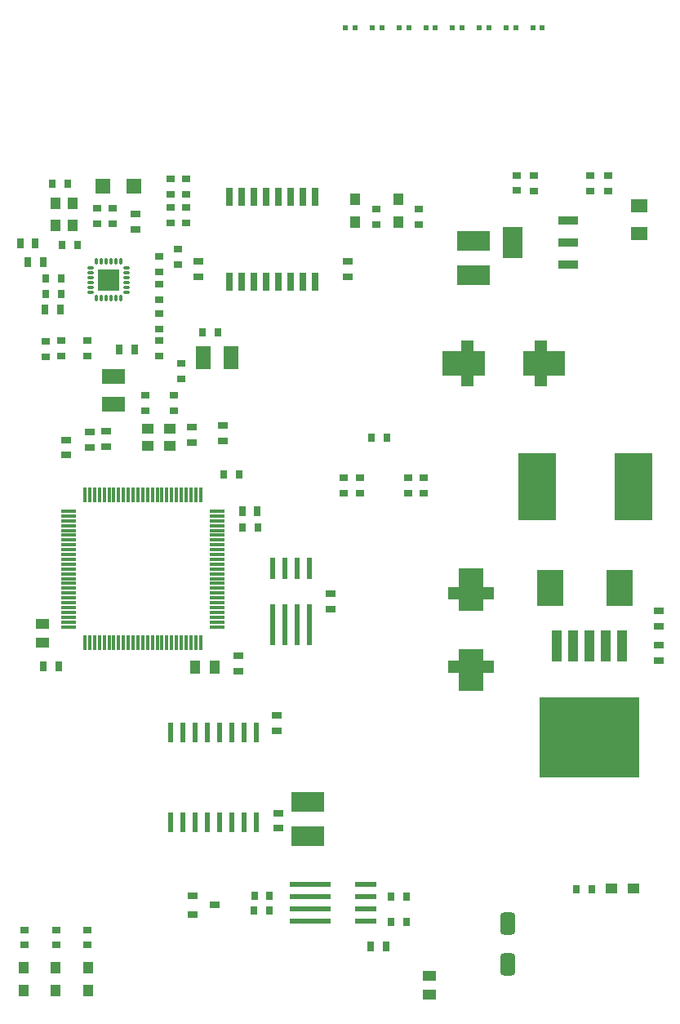
<source format=gtp>
G04*
G04 #@! TF.GenerationSoftware,Altium Limited,Altium Designer,20.0.13 (296)*
G04*
G04 Layer_Color=8421504*
%FSLAX44Y44*%
%MOMM*%
G71*
G01*
G75*
%ADD23R,0.9000X0.7000*%
G04:AMPARAMS|DCode=24|XSize=2.33mm|YSize=1.55mm|CornerRadius=0.3875mm|HoleSize=0mm|Usage=FLASHONLY|Rotation=270.000|XOffset=0mm|YOffset=0mm|HoleType=Round|Shape=RoundedRectangle|*
%AMROUNDEDRECTD24*
21,1,2.3300,0.7750,0,0,270.0*
21,1,1.5550,1.5500,0,0,270.0*
1,1,0.7750,-0.3875,-0.7775*
1,1,0.7750,-0.3875,0.7775*
1,1,0.7750,0.3875,0.7775*
1,1,0.7750,0.3875,-0.7775*
%
%ADD24ROUNDEDRECTD24*%
G04:AMPARAMS|DCode=25|XSize=0.28mm|YSize=0.69mm|CornerRadius=0.07mm|HoleSize=0mm|Usage=FLASHONLY|Rotation=270.000|XOffset=0mm|YOffset=0mm|HoleType=Round|Shape=RoundedRectangle|*
%AMROUNDEDRECTD25*
21,1,0.2800,0.5500,0,0,270.0*
21,1,0.1400,0.6900,0,0,270.0*
1,1,0.1400,-0.2750,-0.0700*
1,1,0.1400,-0.2750,0.0700*
1,1,0.1400,0.2750,0.0700*
1,1,0.1400,0.2750,-0.0700*
%
%ADD25ROUNDEDRECTD25*%
G04:AMPARAMS|DCode=26|XSize=0.28mm|YSize=0.69mm|CornerRadius=0.07mm|HoleSize=0mm|Usage=FLASHONLY|Rotation=0.000|XOffset=0mm|YOffset=0mm|HoleType=Round|Shape=RoundedRectangle|*
%AMROUNDEDRECTD26*
21,1,0.2800,0.5500,0,0,0.0*
21,1,0.1400,0.6900,0,0,0.0*
1,1,0.1400,0.0700,-0.2750*
1,1,0.1400,-0.0700,-0.2750*
1,1,0.1400,-0.0700,0.2750*
1,1,0.1400,0.0700,0.2750*
%
%ADD26ROUNDEDRECTD26*%
%ADD27R,2.2860X2.2860*%
%ADD28R,1.1000X0.8000*%
G04:AMPARAMS|DCode=29|XSize=1.56mm|YSize=0.28mm|CornerRadius=0.035mm|HoleSize=0mm|Usage=FLASHONLY|Rotation=270.000|XOffset=0mm|YOffset=0mm|HoleType=Round|Shape=RoundedRectangle|*
%AMROUNDEDRECTD29*
21,1,1.5600,0.2100,0,0,270.0*
21,1,1.4900,0.2800,0,0,270.0*
1,1,0.0700,-0.1050,-0.7450*
1,1,0.0700,-0.1050,0.7450*
1,1,0.0700,0.1050,0.7450*
1,1,0.0700,0.1050,-0.7450*
%
%ADD29ROUNDEDRECTD29*%
G04:AMPARAMS|DCode=30|XSize=1.56mm|YSize=0.28mm|CornerRadius=0.035mm|HoleSize=0mm|Usage=FLASHONLY|Rotation=0.000|XOffset=0mm|YOffset=0mm|HoleType=Round|Shape=RoundedRectangle|*
%AMROUNDEDRECTD30*
21,1,1.5600,0.2100,0,0,0.0*
21,1,1.4900,0.2800,0,0,0.0*
1,1,0.0700,0.7450,-0.1050*
1,1,0.0700,-0.7450,-0.1050*
1,1,0.0700,-0.7450,0.1050*
1,1,0.0700,0.7450,0.1050*
%
%ADD30ROUNDEDRECTD30*%
%ADD31R,3.5000X2.1500*%
%ADD32R,1.8000X1.3500*%
%ADD33R,1.1000X1.2500*%
%ADD34R,0.5000X0.6000*%
%ADD35R,0.7000X0.9000*%
%ADD36R,2.2000X0.6000*%
%ADD37R,4.2000X0.6000*%
%ADD38R,1.0000X0.8000*%
%ADD39R,0.8000X1.0000*%
%ADD40R,1.6000X1.6000*%
%ADD41R,2.4000X1.5000*%
%ADD42R,0.6400X1.9050*%
%ADD43R,1.4000X1.1000*%
%ADD44R,0.6000X2.0600*%
%ADD45R,0.6000X2.2000*%
%ADD46R,0.6000X4.2000*%
%ADD47R,1.0500X3.2000*%
%ADD48R,10.4500X8.3000*%
%ADD49R,2.1500X3.2500*%
%ADD50R,2.1500X0.9500*%
%ADD51R,2.7940X3.8100*%
%ADD52R,1.3000X1.1000*%
%ADD53R,1.0000X1.4000*%
%ADD54R,1.1000X1.3000*%
%ADD55R,1.5000X2.4000*%
%ADD56R,1.2500X1.1000*%
%ADD57R,4.0000X7.0000*%
%ADD58R,1.4000X1.0000*%
G36*
X474250Y385750D02*
Y397750D01*
X499250D01*
Y385750D01*
X510250D01*
Y372750D01*
X499250D01*
Y353750D01*
X474250D01*
Y372750D01*
X463250D01*
Y385750D01*
X474250D01*
D02*
G37*
G36*
Y461750D02*
Y480750D01*
X499250D01*
Y461750D01*
X510250D01*
Y448750D01*
X499250D01*
Y436750D01*
X474250D01*
Y448750D01*
X463250D01*
Y461750D01*
X474250D01*
D02*
G37*
G36*
X476500Y681250D02*
X457500D01*
Y706250D01*
X476500D01*
Y717250D01*
X489500D01*
Y706250D01*
X501500D01*
Y681250D01*
X489500D01*
Y670250D01*
X476500D01*
Y681250D01*
D02*
G37*
G36*
X552500D02*
X540500D01*
Y706250D01*
X552500D01*
Y717250D01*
X565500D01*
Y706250D01*
X584500D01*
Y681250D01*
X565500D01*
Y670250D01*
X552500D01*
Y681250D01*
D02*
G37*
D23*
X610000Y872500D02*
D03*
Y888500D02*
D03*
X628572Y872500D02*
D03*
Y888500D02*
D03*
X438000Y574750D02*
D03*
Y558750D02*
D03*
X421750Y574750D02*
D03*
Y558750D02*
D03*
X371500Y574750D02*
D03*
Y558750D02*
D03*
X355000Y574750D02*
D03*
Y558750D02*
D03*
X432750Y837750D02*
D03*
Y853750D02*
D03*
X551500Y872500D02*
D03*
Y888500D02*
D03*
X45500Y716500D02*
D03*
Y700500D02*
D03*
X99250Y838250D02*
D03*
Y854250D02*
D03*
X182500Y796000D02*
D03*
Y812000D02*
D03*
X115000Y838250D02*
D03*
Y854250D02*
D03*
X89000Y717000D02*
D03*
Y701000D02*
D03*
X534500Y888750D02*
D03*
Y872750D02*
D03*
X175250Y839250D02*
D03*
Y855250D02*
D03*
X163000Y745500D02*
D03*
Y729500D02*
D03*
X191500Y885000D02*
D03*
Y869000D02*
D03*
X186500Y678000D02*
D03*
Y694000D02*
D03*
X191500Y839250D02*
D03*
Y855250D02*
D03*
X175500Y885000D02*
D03*
Y869000D02*
D03*
X88498Y106500D02*
D03*
Y90500D02*
D03*
X56747Y106500D02*
D03*
Y90500D02*
D03*
X23498Y106500D02*
D03*
Y90500D02*
D03*
X388251Y853750D02*
D03*
Y837750D02*
D03*
X178750Y660750D02*
D03*
Y644750D02*
D03*
X149000Y660250D02*
D03*
Y644250D02*
D03*
X61500Y701000D02*
D03*
Y717000D02*
D03*
X163000Y701250D02*
D03*
Y717250D02*
D03*
Y804250D02*
D03*
Y788250D02*
D03*
Y760000D02*
D03*
Y776000D02*
D03*
D24*
X524500Y70150D02*
D03*
Y112850D02*
D03*
D25*
X129750Y767750D02*
D03*
Y772750D02*
D03*
Y792750D02*
D03*
Y787750D02*
D03*
Y777750D02*
D03*
Y782750D02*
D03*
X91850D02*
D03*
Y777750D02*
D03*
Y787750D02*
D03*
Y792750D02*
D03*
Y772750D02*
D03*
Y767750D02*
D03*
D26*
X123300Y761300D02*
D03*
X118300D02*
D03*
X98300D02*
D03*
X103300D02*
D03*
X113300D02*
D03*
X108300D02*
D03*
X123300Y799200D02*
D03*
X118300D02*
D03*
X98300D02*
D03*
X103300D02*
D03*
X113300D02*
D03*
X108300D02*
D03*
D27*
X110800Y780250D02*
D03*
D28*
X220750Y132000D02*
D03*
X198250Y122500D02*
D03*
Y141500D02*
D03*
D29*
X206250Y403700D02*
D03*
X201250D02*
D03*
X196250D02*
D03*
X191250D02*
D03*
X186250D02*
D03*
X181250D02*
D03*
X176250D02*
D03*
X171250D02*
D03*
X166250D02*
D03*
X161250D02*
D03*
X156250D02*
D03*
X151250D02*
D03*
X146250D02*
D03*
X141250D02*
D03*
X136250D02*
D03*
X131250D02*
D03*
X126250D02*
D03*
X121250D02*
D03*
X116250D02*
D03*
X111250D02*
D03*
X106250D02*
D03*
X101250D02*
D03*
X96250D02*
D03*
X91250D02*
D03*
X86250D02*
D03*
Y557300D02*
D03*
X91250D02*
D03*
X96250D02*
D03*
X101250D02*
D03*
X106250D02*
D03*
X111250D02*
D03*
X116250D02*
D03*
X121250D02*
D03*
X126250D02*
D03*
X131250D02*
D03*
X136250D02*
D03*
X141250D02*
D03*
X146250D02*
D03*
X151250D02*
D03*
X156250D02*
D03*
X161250D02*
D03*
X166250D02*
D03*
X171250D02*
D03*
X176250D02*
D03*
X181250D02*
D03*
X186250D02*
D03*
X191250D02*
D03*
X196250D02*
D03*
X201250D02*
D03*
X206250D02*
D03*
D30*
X223050Y540500D02*
D03*
Y535500D02*
D03*
Y530500D02*
D03*
Y525500D02*
D03*
Y520500D02*
D03*
Y515500D02*
D03*
Y510500D02*
D03*
Y505500D02*
D03*
Y500500D02*
D03*
Y495500D02*
D03*
Y490500D02*
D03*
Y485500D02*
D03*
Y480500D02*
D03*
Y475500D02*
D03*
Y470500D02*
D03*
Y465500D02*
D03*
Y460500D02*
D03*
Y455500D02*
D03*
Y450500D02*
D03*
Y445500D02*
D03*
Y440500D02*
D03*
Y435500D02*
D03*
Y430500D02*
D03*
Y425500D02*
D03*
Y420500D02*
D03*
X69450D02*
D03*
Y425500D02*
D03*
Y430500D02*
D03*
Y435500D02*
D03*
Y440500D02*
D03*
Y445500D02*
D03*
Y450500D02*
D03*
Y455500D02*
D03*
Y460500D02*
D03*
Y465500D02*
D03*
Y470500D02*
D03*
Y475500D02*
D03*
Y480500D02*
D03*
Y485500D02*
D03*
Y490500D02*
D03*
Y495500D02*
D03*
Y500500D02*
D03*
Y505500D02*
D03*
Y510500D02*
D03*
Y515500D02*
D03*
Y520500D02*
D03*
Y525500D02*
D03*
Y530500D02*
D03*
Y535500D02*
D03*
Y540500D02*
D03*
D31*
X317750Y203750D02*
D03*
Y238750D02*
D03*
X489500Y785500D02*
D03*
Y820500D02*
D03*
D32*
X661250Y857500D02*
D03*
Y828000D02*
D03*
D33*
X411248Y840500D02*
D03*
Y863500D02*
D03*
X366750D02*
D03*
Y840500D02*
D03*
X22750Y66750D02*
D03*
Y43750D02*
D03*
X56000Y66750D02*
D03*
Y43750D02*
D03*
X89250Y66750D02*
D03*
Y43750D02*
D03*
D34*
X533000Y1042000D02*
D03*
X523000D02*
D03*
X477500D02*
D03*
X467500D02*
D03*
X422000D02*
D03*
X412000D02*
D03*
X560750D02*
D03*
X550750D02*
D03*
X505250D02*
D03*
X495250D02*
D03*
X449750D02*
D03*
X439750D02*
D03*
X394250D02*
D03*
X384250D02*
D03*
X366500D02*
D03*
X356500D02*
D03*
D35*
X399750Y617000D02*
D03*
X383750D02*
D03*
X420000Y114750D02*
D03*
X404000D02*
D03*
X420000Y140500D02*
D03*
X404000D02*
D03*
X278000Y141500D02*
D03*
X262000D02*
D03*
X277750Y126500D02*
D03*
X261750D02*
D03*
X61750Y766000D02*
D03*
X45750D02*
D03*
X52500Y880000D02*
D03*
X68500D02*
D03*
X78250Y816750D02*
D03*
X62250D02*
D03*
X224500Y725500D02*
D03*
X208500D02*
D03*
X246250Y578250D02*
D03*
X230250D02*
D03*
X266000Y523750D02*
D03*
X250000D02*
D03*
X46000Y781500D02*
D03*
X62000D02*
D03*
X611750Y148502D02*
D03*
X595750D02*
D03*
D36*
X377750Y115550D02*
D03*
Y128250D02*
D03*
Y140950D02*
D03*
Y153650D02*
D03*
D37*
X319750Y115550D02*
D03*
Y128250D02*
D03*
Y140950D02*
D03*
Y153650D02*
D03*
D38*
X286500Y211500D02*
D03*
Y227500D02*
D03*
X681750Y401250D02*
D03*
Y385250D02*
D03*
X204000Y783500D02*
D03*
Y799500D02*
D03*
X359250Y783500D02*
D03*
Y799501D02*
D03*
X285000Y328750D02*
D03*
Y312750D02*
D03*
X681750Y420749D02*
D03*
Y436750D02*
D03*
X229000Y629250D02*
D03*
Y613250D02*
D03*
X197250Y627250D02*
D03*
Y611250D02*
D03*
X341500Y438500D02*
D03*
Y454500D02*
D03*
X245750Y390250D02*
D03*
Y374250D02*
D03*
X67000Y598500D02*
D03*
Y614500D02*
D03*
X108000Y623000D02*
D03*
Y607000D02*
D03*
X91000Y622750D02*
D03*
Y606750D02*
D03*
X138750Y848500D02*
D03*
Y832500D02*
D03*
D39*
X382682Y89318D02*
D03*
X398682D02*
D03*
X121575Y707675D02*
D03*
X137575D02*
D03*
X26750Y798500D02*
D03*
X42750D02*
D03*
X19000Y818000D02*
D03*
X35000D02*
D03*
X249250Y540500D02*
D03*
X265250D02*
D03*
X59000Y379500D02*
D03*
X43000D02*
D03*
X60750Y749750D02*
D03*
X44750D02*
D03*
D40*
X137000Y877750D02*
D03*
X105000D02*
D03*
D41*
X116250Y680500D02*
D03*
Y651500D02*
D03*
D42*
X325200Y866325D02*
D03*
X312500D02*
D03*
X299800D02*
D03*
X287100D02*
D03*
X274400D02*
D03*
X261700D02*
D03*
X249000D02*
D03*
X236300D02*
D03*
X325200Y778670D02*
D03*
X312500D02*
D03*
X299800D02*
D03*
X287100D02*
D03*
X274400D02*
D03*
X261700Y778675D02*
D03*
X249000D02*
D03*
X236300D02*
D03*
D43*
X443250Y58500D02*
D03*
Y39500D02*
D03*
D44*
X263950Y310650D02*
D03*
X251250D02*
D03*
X238550D02*
D03*
X225850D02*
D03*
X213150D02*
D03*
X200450D02*
D03*
X187750D02*
D03*
X175050D02*
D03*
Y217850D02*
D03*
X187750D02*
D03*
X200450D02*
D03*
X213150D02*
D03*
X225850D02*
D03*
X238550D02*
D03*
X251250D02*
D03*
X263950D02*
D03*
D45*
X318800Y480750D02*
D03*
X306100D02*
D03*
X293400D02*
D03*
X280700D02*
D03*
D46*
X318800Y422750D02*
D03*
X306100D02*
D03*
X293400D02*
D03*
X280700D02*
D03*
D47*
X643500Y400750D02*
D03*
X626500D02*
D03*
X609500D02*
D03*
X592500D02*
D03*
X575500D02*
D03*
D48*
X609500Y306250D02*
D03*
D49*
X529500Y818750D02*
D03*
D50*
X587500Y841750D02*
D03*
Y818750D02*
D03*
Y795750D02*
D03*
D51*
X640435Y460750D02*
D03*
X569065D02*
D03*
D52*
X151250Y626000D02*
D03*
X174250D02*
D03*
Y608000D02*
D03*
X151250D02*
D03*
D53*
X220500Y379000D02*
D03*
X200500D02*
D03*
D54*
X55750Y836750D02*
D03*
Y859750D02*
D03*
X73750D02*
D03*
Y836750D02*
D03*
D55*
X238000Y700000D02*
D03*
X209000D02*
D03*
D56*
X655250Y149250D02*
D03*
X632250D02*
D03*
D57*
X655000Y566000D02*
D03*
X555000D02*
D03*
D58*
X42000Y403750D02*
D03*
Y423750D02*
D03*
M02*

</source>
